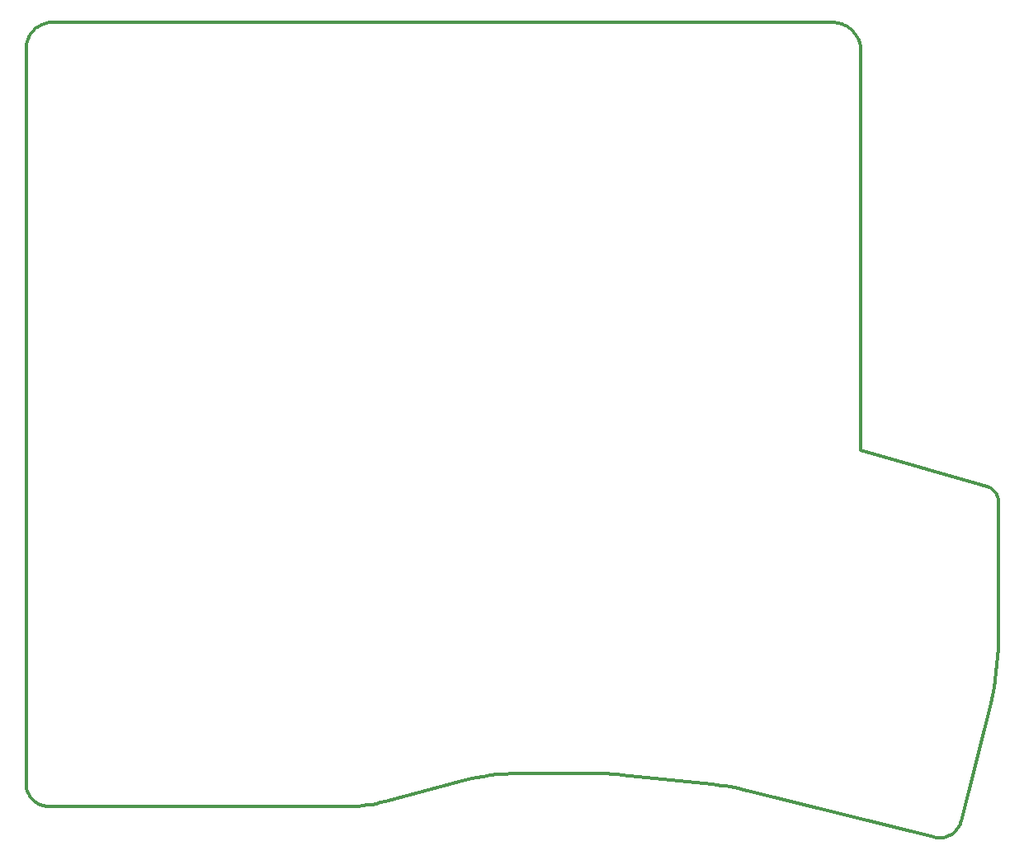
<source format=gbr>
%TF.GenerationSoftware,KiCad,Pcbnew,(6.0.6)*%
%TF.CreationDate,2022-10-07T23:53:12+09:00*%
%TF.ProjectId,split-mini,73706c69-742d-46d6-996e-692e6b696361,rev?*%
%TF.SameCoordinates,Original*%
%TF.FileFunction,Profile,NP*%
%FSLAX46Y46*%
G04 Gerber Fmt 4.6, Leading zero omitted, Abs format (unit mm)*
G04 Created by KiCad (PCBNEW (6.0.6)) date 2022-10-07 23:53:12*
%MOMM*%
%LPD*%
G01*
G04 APERTURE LIST*
%TA.AperFunction,Profile*%
%ADD10C,0.349999*%
%TD*%
G04 APERTURE END LIST*
D10*
X120734058Y-85321050D02*
X120746346Y-84517181D01*
X94563467Y-99773630D02*
X95006416Y-99879974D01*
X21067121Y-99747413D02*
X21097288Y-99856121D01*
X95006416Y-99879974D02*
X95006416Y-99879974D01*
X106613959Y-23464589D02*
X106588365Y-23321274D01*
X21022792Y-99525582D02*
X21042263Y-99637170D01*
X21450528Y-100558221D02*
X21520346Y-100647842D01*
X23314208Y-21027240D02*
X23182826Y-21050152D01*
X120663178Y-69673555D02*
X120617953Y-69555976D01*
X120429619Y-69232038D02*
X120350533Y-69135311D01*
X116257734Y-104147387D02*
X116337281Y-104072331D01*
X65730083Y-98890289D02*
X65730083Y-98890289D01*
X104737877Y-21174101D02*
X104602654Y-21128344D01*
X120306060Y-89309528D02*
X120440307Y-88517806D01*
X106647491Y-64950611D02*
X106647491Y-23907794D01*
X114417834Y-104707695D02*
X114531519Y-104721167D01*
X22319756Y-101272024D02*
X22422725Y-101317646D01*
X21325017Y-100370023D02*
X21385392Y-100465551D01*
X116831755Y-103339065D02*
X116873233Y-103232363D01*
X114869318Y-104727193D02*
X114980256Y-104718084D01*
X116678483Y-103640152D02*
X116734207Y-103543064D01*
X21793434Y-21793513D02*
X21700478Y-21891184D01*
X106069327Y-22166530D02*
X105982931Y-22056589D01*
X105588428Y-21662081D02*
X105478488Y-21575683D01*
X104870037Y-21226211D02*
X104737877Y-21174101D01*
X79268402Y-98118347D02*
X79619825Y-98120645D01*
X119962618Y-68817891D02*
X119849615Y-68758387D01*
X120725055Y-69920137D02*
X120699003Y-69795107D01*
X21042263Y-99637170D02*
X21067121Y-99747413D01*
X120699003Y-69795107D02*
X120663178Y-69673555D01*
X81724553Y-98230937D02*
X82074291Y-98265381D01*
X119606995Y-68666672D02*
X106647491Y-64950611D01*
X21218860Y-100171147D02*
X21269480Y-100271825D01*
X21049932Y-23182830D02*
X21027007Y-23314210D01*
X23078052Y-101482078D02*
X23191759Y-101490535D01*
X20997490Y-99184639D02*
X21000327Y-99299127D01*
X115907617Y-104406218D02*
X115999590Y-104347927D01*
X105694026Y-21753553D02*
X105588428Y-21662081D01*
X105891460Y-21950990D02*
X105795097Y-21849917D01*
X23306244Y-101493370D02*
X54168747Y-101493347D01*
X23715622Y-20997488D02*
X23715622Y-20997488D01*
X21992830Y-21612950D02*
X21891115Y-21700567D01*
X57823814Y-101011581D02*
X57823814Y-101011581D01*
X120746346Y-84517181D02*
X120746346Y-70178646D01*
X120563702Y-69442866D02*
X120500800Y-69334721D01*
X120744992Y-70113118D02*
X120740961Y-70048149D01*
X21114721Y-22925043D02*
X21079201Y-23053033D01*
X21000556Y-23580829D02*
X20997215Y-23715622D01*
X93224898Y-99501293D02*
X93672605Y-99584271D01*
X115411094Y-104628832D02*
X115514710Y-104593834D01*
X116618357Y-103733828D02*
X116678483Y-103640152D01*
X55553294Y-101425245D02*
X56012088Y-101372398D01*
X21932681Y-101040365D02*
X22025351Y-101105499D01*
X79971141Y-98127542D02*
X80322305Y-98139037D01*
X94118828Y-99675056D02*
X94563467Y-99773630D01*
X119965073Y-90880112D02*
X120147626Y-90097149D01*
X21520346Y-100647842D02*
X21594767Y-100734227D01*
X21843058Y-100970549D02*
X21932681Y-101040365D01*
X116413290Y-103993343D02*
X116485588Y-103910527D01*
X114980256Y-104718084D02*
X115090076Y-104703590D01*
X92325451Y-99358830D02*
X92775813Y-99426140D01*
X119790967Y-68731954D02*
X119730949Y-68707815D01*
X22207471Y-21454070D02*
X22098356Y-21530754D01*
X103737228Y-20997492D02*
X23715622Y-20997488D01*
X116088715Y-104285289D02*
X116174821Y-104218407D01*
X105982931Y-22056589D02*
X105891460Y-21950990D01*
X104034787Y-21012522D02*
X103886991Y-21001281D01*
X116337281Y-104072331D02*
X116413290Y-103993343D01*
X22634779Y-101393589D02*
X22743485Y-101423753D01*
X23182826Y-21050152D02*
X23053027Y-21079407D01*
X21156400Y-22799082D02*
X21114721Y-22925043D01*
X21700478Y-21891184D02*
X21612850Y-21992890D01*
X105364387Y-21494542D02*
X105246308Y-21418842D01*
X22435573Y-21317612D02*
X22319950Y-21382992D01*
X69367896Y-98227495D02*
X70105548Y-98166918D01*
X22925033Y-21114915D02*
X22799069Y-21156581D01*
X103737228Y-20997492D02*
X103737228Y-20997492D01*
X115812969Y-104460058D02*
X115907617Y-104406218D01*
X54631255Y-101485768D02*
X55092893Y-101463051D01*
X82074291Y-98265381D02*
X91421310Y-99247810D01*
X104464550Y-21089126D02*
X104323750Y-21056627D01*
X21010518Y-23446950D02*
X21000556Y-23580829D01*
X104180434Y-21031031D02*
X104034787Y-21012522D01*
X119606995Y-68666672D02*
X119606995Y-68666672D01*
X22098356Y-21530754D02*
X21992830Y-21612950D01*
X115514710Y-104593834D02*
X115616343Y-104553970D01*
X21453948Y-22207514D02*
X21382859Y-22319987D01*
X106418789Y-22774986D02*
X106360509Y-22646071D01*
X106470898Y-22907146D02*
X106418789Y-22774986D01*
X80322305Y-98139037D02*
X80673272Y-98155126D01*
X21673714Y-100817184D02*
X21673714Y-100817184D01*
X106643705Y-23758032D02*
X106632466Y-23610236D01*
X55092893Y-101463051D02*
X55553294Y-101425245D01*
X80673272Y-98155126D02*
X81023999Y-98175807D01*
X105246308Y-21418842D02*
X105124435Y-21348765D01*
X106647491Y-64950611D02*
X106647491Y-64950611D01*
X57823814Y-101011581D02*
X65730083Y-98890289D01*
X56468906Y-101304560D02*
X56923379Y-101221779D01*
X79268402Y-98118347D02*
X79268402Y-98118347D01*
X106296240Y-22520586D02*
X106226164Y-22398712D01*
X70105548Y-98166918D02*
X70845185Y-98130517D01*
X116940735Y-103010071D02*
X116940735Y-103010071D01*
X54168747Y-101493347D02*
X54168747Y-101493347D01*
X119730949Y-68707815D02*
X119669610Y-68686034D01*
X106647491Y-23907794D02*
X106643705Y-23758032D01*
X21204145Y-22675373D02*
X21156400Y-22799082D01*
X116554001Y-103823988D02*
X116618357Y-103733828D01*
X56012088Y-101372398D02*
X56468906Y-101304560D01*
X57375138Y-101124103D02*
X57823814Y-101011581D01*
X120746346Y-70178646D02*
X120744992Y-70113118D01*
X67900910Y-98420864D02*
X68632820Y-98312169D01*
X21000327Y-99299127D02*
X21008788Y-99412838D01*
X23053027Y-21079407D02*
X22925033Y-21114915D01*
X91421310Y-99247810D02*
X91873916Y-99299381D01*
X71586216Y-98118370D02*
X71586216Y-98118370D01*
X21382859Y-22319987D02*
X21317467Y-22435603D01*
X20997490Y-99184639D02*
X20997490Y-99184639D01*
X21673714Y-100817184D02*
X21756673Y-100896129D01*
X114189873Y-104662933D02*
X114189873Y-104662933D01*
X21612850Y-21992890D02*
X21530643Y-22098408D01*
X23191759Y-101490535D02*
X23306244Y-101493370D01*
X82074291Y-98265381D02*
X82074291Y-98265381D01*
X115090076Y-104703590D02*
X115198604Y-104683814D01*
X21891115Y-21700567D02*
X21793434Y-21793513D01*
X106632466Y-23610236D02*
X106613959Y-23464589D01*
X92775813Y-99426140D02*
X93224898Y-99501293D01*
X120697243Y-86123603D02*
X120734058Y-85321050D01*
X22965311Y-101468076D02*
X23078052Y-101482078D01*
X114757434Y-104730812D02*
X114869318Y-104727193D01*
X21756673Y-100896129D02*
X21843058Y-100970549D01*
X116940735Y-103010071D02*
X119965073Y-90880112D01*
X120734300Y-69983801D02*
X120725055Y-69920137D01*
X119669610Y-68686034D02*
X119606995Y-68666672D01*
X23580829Y-21000816D02*
X23446950Y-21010763D01*
X115999590Y-104347927D02*
X116088715Y-104285289D01*
X106226164Y-22398712D02*
X106150466Y-22280632D01*
X81374440Y-98201078D02*
X81724553Y-98230937D01*
X104998950Y-21284494D02*
X104870037Y-21226211D01*
X22120879Y-101165872D02*
X22219077Y-101221407D01*
X116485588Y-103910527D02*
X116554001Y-103823988D01*
X21079201Y-23053033D02*
X21049932Y-23182830D01*
X23446950Y-21010763D02*
X23314208Y-21027240D01*
X116909617Y-103122663D02*
X116940735Y-103010071D01*
X22554116Y-21258022D02*
X22435573Y-21317612D01*
X120147626Y-90097149D02*
X120306060Y-89309528D01*
X21530643Y-22098408D02*
X21453948Y-22207514D01*
X106588365Y-23321274D02*
X106555869Y-23180473D01*
X120635967Y-86924286D02*
X120697243Y-86123603D01*
X116873233Y-103232363D02*
X116909617Y-103122663D01*
X68632820Y-98312169D02*
X69367896Y-98227495D01*
X22743485Y-101423753D02*
X22853726Y-101448609D01*
X120440307Y-88517806D02*
X120550299Y-87722539D01*
X22527796Y-101358194D02*
X22634779Y-101393589D01*
X21132686Y-99963106D02*
X21173236Y-100068177D01*
X22025351Y-101105499D02*
X22120879Y-101165872D01*
X95006416Y-99879974D02*
X114189873Y-104662933D01*
X21385392Y-100465551D02*
X21450528Y-100558221D01*
X21008788Y-99412838D02*
X21022792Y-99525582D01*
X115198604Y-104683814D02*
X115305668Y-104658860D01*
X67172756Y-98553501D02*
X67900910Y-98420864D01*
X106150466Y-22280632D02*
X106069327Y-22166530D01*
X21097288Y-99856121D02*
X21132686Y-99963106D01*
X120500800Y-69334721D02*
X120429619Y-69232038D01*
X21027007Y-23314210D02*
X21010518Y-23446950D01*
X116174821Y-104218407D02*
X116257734Y-104147387D01*
X120263917Y-69045037D02*
X120170143Y-68961712D01*
X70845185Y-98130517D02*
X71586216Y-98118370D01*
X91421310Y-99247810D02*
X91421310Y-99247810D01*
X22675355Y-21204314D02*
X22554116Y-21258022D01*
X21257865Y-22554139D02*
X21204145Y-22675373D01*
X22422725Y-101317646D02*
X22527796Y-101358194D01*
X114644776Y-104728838D02*
X114757434Y-104730812D01*
X116734207Y-103543064D02*
X116785355Y-103442667D01*
X120350533Y-69135311D02*
X120263917Y-69045037D01*
X120550299Y-87722539D02*
X120635967Y-86924286D01*
X21594767Y-100734227D02*
X21673714Y-100817184D01*
X106360509Y-22646071D02*
X106296240Y-22520586D01*
X79619825Y-98120645D02*
X79971141Y-98127542D01*
X115715821Y-104509343D02*
X115812969Y-104460058D01*
X120746346Y-70178646D02*
X120746346Y-70178646D01*
X20997215Y-23715622D02*
X20997215Y-23715622D01*
X104323750Y-21056627D02*
X104180434Y-21031031D01*
X71586216Y-98118370D02*
X79268402Y-98118347D01*
X105795097Y-21849917D02*
X105694026Y-21753553D01*
X119849615Y-68758387D02*
X119790967Y-68731954D01*
X54168747Y-101493347D02*
X54631255Y-101485768D01*
X116785355Y-103442667D02*
X116831755Y-103339065D01*
X120170143Y-68961712D02*
X120069586Y-68885831D01*
X66448951Y-98710002D02*
X67172756Y-98553501D01*
X104602654Y-21128344D02*
X104464550Y-21089126D01*
X114189873Y-104662933D02*
X114303894Y-104688319D01*
X22799069Y-21156581D02*
X22675355Y-21204314D01*
X120746346Y-84517181D02*
X120746346Y-84517181D01*
X120617953Y-69555976D02*
X120563702Y-69442866D01*
X114303894Y-104688319D02*
X114417834Y-104707695D01*
X106555869Y-23180473D02*
X106516652Y-23042369D01*
X65730083Y-98890289D02*
X66448951Y-98710002D01*
X81023999Y-98175807D02*
X81374440Y-98201078D01*
X21173236Y-100068177D02*
X21218860Y-100171147D01*
X115616343Y-104553970D02*
X115715821Y-104509343D01*
X106516652Y-23042369D02*
X106470898Y-22907146D01*
X23715622Y-20997488D02*
X23580829Y-21000816D01*
X120740961Y-70048149D02*
X120734300Y-69983801D01*
X22219077Y-101221407D02*
X22319756Y-101272024D01*
X56923379Y-101221779D02*
X57375138Y-101124103D01*
X103886991Y-21001281D02*
X103737228Y-20997492D01*
X22853726Y-101448609D02*
X22965311Y-101468076D01*
X105478488Y-21575683D02*
X105364387Y-21494542D01*
X119965073Y-90880112D02*
X119965073Y-90880112D01*
X105124435Y-21348765D02*
X104998950Y-21284494D01*
X21793434Y-21793513D02*
X21793434Y-21793513D01*
X93672605Y-99584271D02*
X94118828Y-99675056D01*
X21317467Y-22435603D02*
X21257865Y-22554139D01*
X20997215Y-23715622D02*
X20997490Y-99184639D01*
X23306244Y-101493370D02*
X23306244Y-101493370D01*
X22319950Y-21382992D02*
X22207471Y-21454070D01*
X91873916Y-99299381D02*
X92325451Y-99358830D01*
X120069586Y-68885831D02*
X119962618Y-68817891D01*
X21269480Y-100271825D02*
X21325017Y-100370023D01*
X115305668Y-104658860D02*
X115411094Y-104628832D01*
X114531519Y-104721167D02*
X114644776Y-104728838D01*
M02*

</source>
